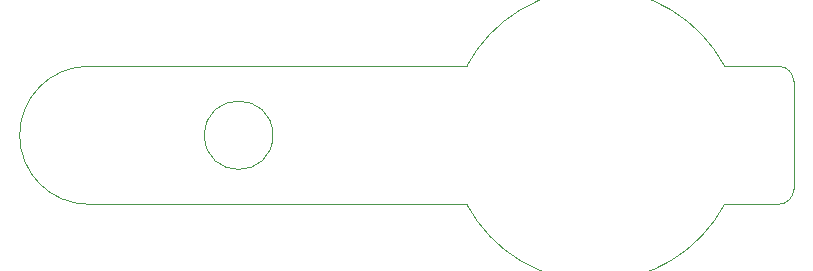
<source format=gm1>
%TF.GenerationSoftware,KiCad,Pcbnew,8.0.1*%
%TF.CreationDate,2024-04-02T12:30:46-07:00*%
%TF.ProjectId,proj1-led-torch,70726f6a-312d-46c6-9564-2d746f726368,0.1*%
%TF.SameCoordinates,Original*%
%TF.FileFunction,Profile,NP*%
%FSLAX46Y46*%
G04 Gerber Fmt 4.6, Leading zero omitted, Abs format (unit mm)*
G04 Created by KiCad (PCBNEW 8.0.1) date 2024-04-02 12:30:46*
%MOMM*%
%LPD*%
G01*
G04 APERTURE LIST*
%TA.AperFunction,Profile*%
%ADD10C,0.050000*%
%TD*%
G04 APERTURE END LIST*
D10*
X181356000Y-139446000D02*
G75*
G02*
X180086000Y-140716000I-1270000J0D01*
G01*
X180086000Y-129032000D02*
G75*
G02*
X181356000Y-130302000I0J-1270000D01*
G01*
X175514000Y-140716000D02*
X180086000Y-140716000D01*
X175514000Y-129032000D02*
X180086000Y-129032000D01*
X175514000Y-140716000D02*
G75*
G02*
X153670000Y-140716000I-10922000J5842000D01*
G01*
X153670000Y-129032000D02*
G75*
G02*
X175514000Y-129032000I10922000J-5842000D01*
G01*
X121666000Y-140716000D02*
G75*
G02*
X121666000Y-129032000I0J5842000D01*
G01*
X121666000Y-140716000D02*
X153670000Y-140716000D01*
X137262046Y-134874000D02*
G75*
G02*
X131469954Y-134874000I-2896046J0D01*
G01*
X131469954Y-134874000D02*
G75*
G02*
X137262046Y-134874000I2896046J0D01*
G01*
X181356000Y-139446000D02*
X181356000Y-130302000D01*
X153670000Y-129032000D02*
X121666000Y-129032000D01*
M02*

</source>
